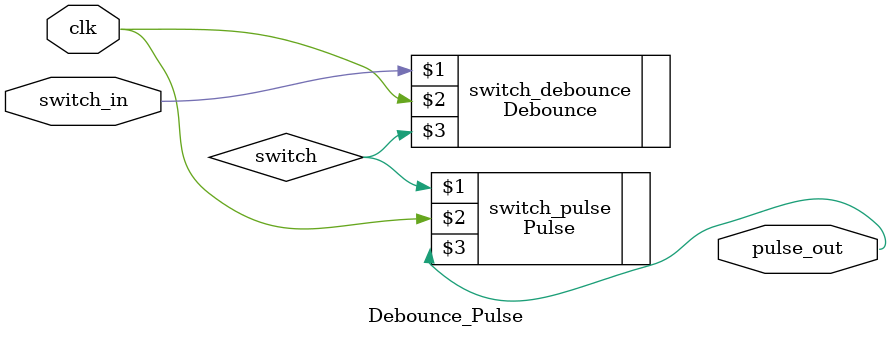
<source format=v>
module Debounce_Pulse(      //Module for debouncing input switch, and outputting a pulse
    input switch_in,
    input clk,
    output pulse_out);
    
    Debounce switch_debounce(switch_in, clk, switch);
    Pulse switch_pulse(switch, clk, pulse_out);
    
endmodule
</source>
